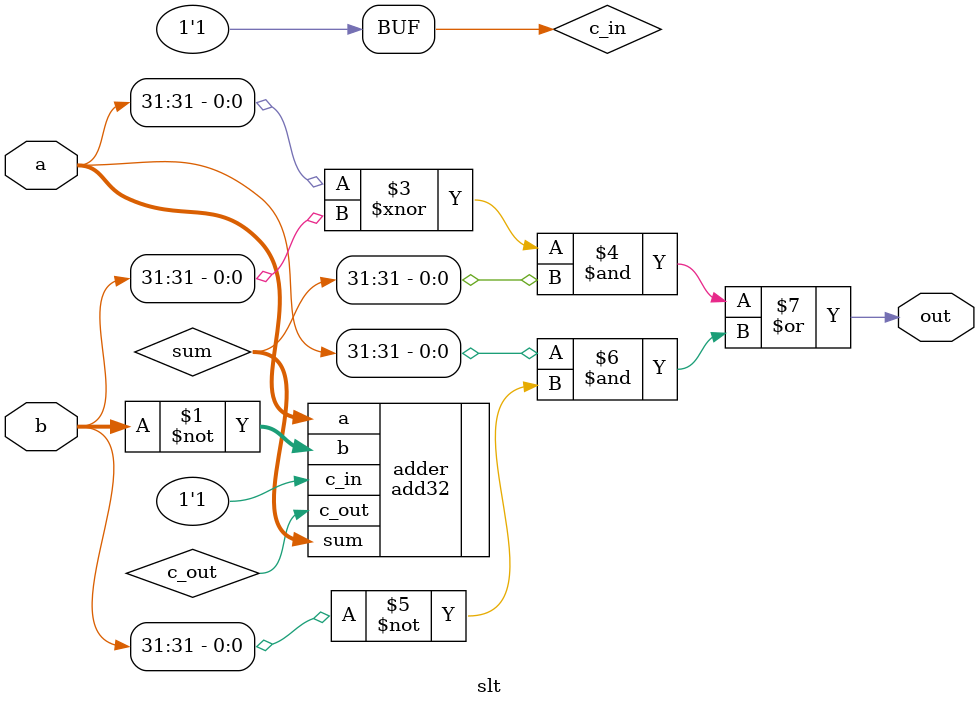
<source format=sv>
module slt(a, b, out);
parameter N = 32;
input wire signed [N-1:0] a, b;
output logic out;

// Using only *structural* combinational logic, make a module that computes if a is less than b!
// Note: this assumes that the two inputs are signed: aka should be interpreted as two's complement.

// Copy any other modules you use into this folder and update the Makefile accordingly.

// Gati helped me out with figuring out that I declared the adder inside always_comb

logic c_in = 1'b1;
logic signed [N-1:0] sum;
wire c_out;

add32 adder(.a(a), .b(~b), .c_in(c_in), .sum(sum), .c_out(c_out));

always_comb begin
    out = ((a[N-1] ~^ b[N-1]) & sum[N-1]) | (a[N-1] & ~b[N-1]);
end

endmodule
</source>
